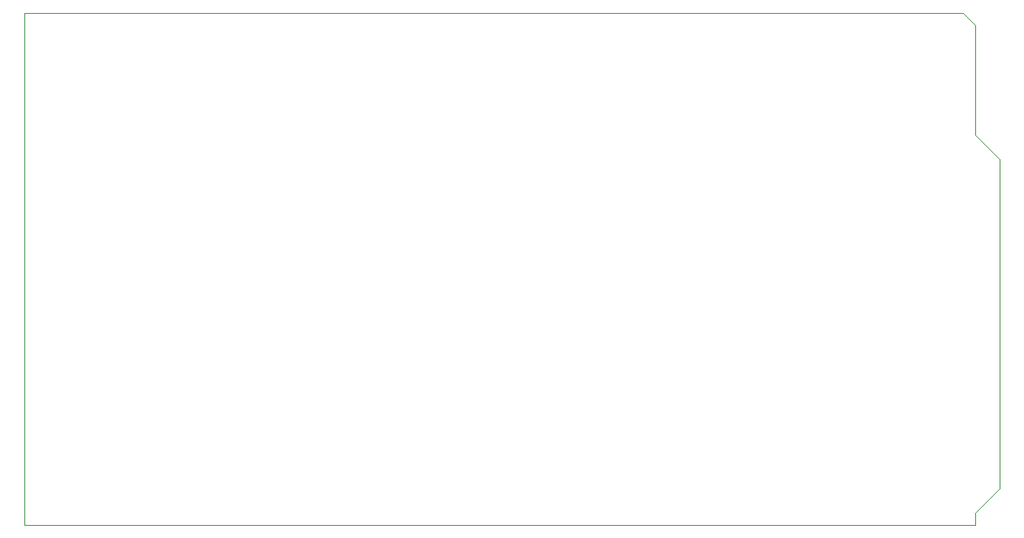
<source format=gbr>
G04 #@! TF.GenerationSoftware,KiCad,Pcbnew,5.1.4*
G04 #@! TF.CreationDate,2019-10-06T12:07:38-05:00*
G04 #@! TF.ProjectId,hardware,68617264-7761-4726-952e-6b696361645f,rev?*
G04 #@! TF.SameCoordinates,Original*
G04 #@! TF.FileFunction,Profile,NP*
%FSLAX46Y46*%
G04 Gerber Fmt 4.6, Leading zero omitted, Abs format (unit mm)*
G04 Created by KiCad (PCBNEW 5.1.4) date 2019-10-06 12:07:38*
%MOMM*%
%LPD*%
G04 APERTURE LIST*
%ADD10C,0.050000*%
G04 APERTURE END LIST*
D10*
X143510000Y-71120000D02*
X143510000Y-17780000D01*
X242570000Y-71120000D02*
X143510000Y-71120000D01*
X242570000Y-69850000D02*
X242570000Y-71120000D01*
X245110000Y-67310000D02*
X242570000Y-69850000D01*
X245110000Y-33020000D02*
X245110000Y-67310000D01*
X242570000Y-30480000D02*
X245110000Y-33020000D01*
X242570000Y-19050000D02*
X242570000Y-30480000D01*
X241300000Y-17780000D02*
X242570000Y-19050000D01*
X143510000Y-17780000D02*
X241300000Y-17780000D01*
M02*

</source>
